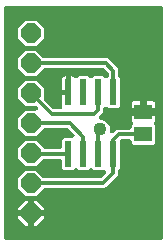
<source format=gbr>
G04 EAGLE Gerber RS-274X export*
G75*
%MOMM*%
%FSLAX34Y34*%
%LPD*%
%INTop Copper*%
%IPPOS*%
%AMOC8*
5,1,8,0,0,1.08239X$1,22.5*%
G01*
%ADD10R,0.600000X2.200000*%
%ADD11R,1.500000X1.300000*%
%ADD12P,1.759533X8X22.500000*%
%ADD13C,0.304800*%
%ADD14C,1.016000*%
%ADD15C,1.108000*%

G36*
X135146Y2543D02*
X135146Y2543D01*
X135164Y2541D01*
X135346Y2562D01*
X135529Y2581D01*
X135546Y2586D01*
X135563Y2588D01*
X135738Y2645D01*
X135914Y2699D01*
X135929Y2707D01*
X135946Y2713D01*
X136106Y2803D01*
X136268Y2891D01*
X136281Y2902D01*
X136297Y2911D01*
X136436Y3031D01*
X136577Y3148D01*
X136588Y3162D01*
X136602Y3174D01*
X136714Y3319D01*
X136829Y3462D01*
X136837Y3478D01*
X136848Y3492D01*
X136930Y3657D01*
X137015Y3819D01*
X137020Y3836D01*
X137028Y3852D01*
X137075Y4031D01*
X137126Y4206D01*
X137128Y4224D01*
X137132Y4241D01*
X137159Y4572D01*
X137159Y198628D01*
X137157Y198646D01*
X137159Y198664D01*
X137138Y198846D01*
X137119Y199029D01*
X137114Y199046D01*
X137112Y199063D01*
X137055Y199238D01*
X137001Y199414D01*
X136993Y199429D01*
X136987Y199446D01*
X136897Y199606D01*
X136809Y199768D01*
X136798Y199781D01*
X136789Y199797D01*
X136669Y199936D01*
X136552Y200077D01*
X136538Y200088D01*
X136526Y200102D01*
X136381Y200214D01*
X136238Y200329D01*
X136222Y200337D01*
X136208Y200348D01*
X136043Y200430D01*
X135881Y200515D01*
X135864Y200520D01*
X135848Y200528D01*
X135669Y200575D01*
X135494Y200626D01*
X135476Y200628D01*
X135459Y200632D01*
X135128Y200659D01*
X4572Y200659D01*
X4554Y200657D01*
X4536Y200659D01*
X4354Y200638D01*
X4171Y200619D01*
X4154Y200614D01*
X4137Y200612D01*
X3962Y200555D01*
X3786Y200501D01*
X3771Y200493D01*
X3754Y200487D01*
X3594Y200397D01*
X3432Y200309D01*
X3419Y200298D01*
X3403Y200289D01*
X3264Y200169D01*
X3123Y200052D01*
X3112Y200038D01*
X3098Y200026D01*
X2986Y199881D01*
X2871Y199738D01*
X2863Y199722D01*
X2852Y199708D01*
X2770Y199543D01*
X2685Y199381D01*
X2680Y199364D01*
X2672Y199348D01*
X2625Y199169D01*
X2574Y198994D01*
X2572Y198976D01*
X2568Y198959D01*
X2541Y198628D01*
X2541Y4572D01*
X2543Y4554D01*
X2541Y4536D01*
X2562Y4354D01*
X2581Y4171D01*
X2586Y4154D01*
X2588Y4137D01*
X2645Y3962D01*
X2699Y3786D01*
X2707Y3771D01*
X2713Y3754D01*
X2803Y3594D01*
X2891Y3432D01*
X2902Y3419D01*
X2911Y3403D01*
X3031Y3264D01*
X3148Y3123D01*
X3162Y3112D01*
X3174Y3098D01*
X3319Y2986D01*
X3462Y2871D01*
X3478Y2863D01*
X3492Y2852D01*
X3657Y2770D01*
X3819Y2685D01*
X3836Y2680D01*
X3852Y2672D01*
X4031Y2625D01*
X4206Y2574D01*
X4224Y2572D01*
X4241Y2568D01*
X4572Y2541D01*
X135128Y2541D01*
X135146Y2543D01*
G37*
%LPC*%
G36*
X20981Y40131D02*
X20981Y40131D01*
X14731Y46381D01*
X14731Y55219D01*
X20981Y61469D01*
X29819Y61469D01*
X35828Y55460D01*
X35849Y55443D01*
X35866Y55422D01*
X36004Y55315D01*
X36140Y55205D01*
X36163Y55192D01*
X36184Y55176D01*
X36341Y55098D01*
X36495Y55016D01*
X36521Y55008D01*
X36545Y54996D01*
X36714Y54951D01*
X36881Y54901D01*
X36908Y54899D01*
X36934Y54892D01*
X37264Y54865D01*
X83835Y54865D01*
X83862Y54867D01*
X83888Y54865D01*
X84062Y54887D01*
X84236Y54905D01*
X84261Y54912D01*
X84288Y54916D01*
X84453Y54971D01*
X84620Y55023D01*
X84644Y55036D01*
X84669Y55044D01*
X84821Y55131D01*
X84975Y55215D01*
X84995Y55232D01*
X85018Y55245D01*
X85271Y55460D01*
X88403Y58592D01*
X88409Y58599D01*
X88416Y58604D01*
X88536Y58754D01*
X88658Y58903D01*
X88663Y58911D01*
X88668Y58918D01*
X88757Y59088D01*
X88847Y59259D01*
X88850Y59268D01*
X88854Y59275D01*
X88907Y59460D01*
X88962Y59645D01*
X88963Y59654D01*
X88965Y59662D01*
X88981Y59851D01*
X88998Y60046D01*
X88997Y60055D01*
X88998Y60064D01*
X88976Y60253D01*
X88955Y60446D01*
X88952Y60455D01*
X88951Y60463D01*
X88892Y60645D01*
X88833Y60830D01*
X88829Y60838D01*
X88826Y60846D01*
X88731Y61015D01*
X88638Y61182D01*
X88633Y61189D01*
X88628Y61197D01*
X88502Y61343D01*
X88378Y61489D01*
X88371Y61495D01*
X88365Y61502D01*
X88214Y61619D01*
X88062Y61739D01*
X88054Y61743D01*
X88047Y61748D01*
X87875Y61834D01*
X87703Y61921D01*
X87695Y61924D01*
X87687Y61928D01*
X87501Y61978D01*
X87315Y62029D01*
X87306Y62030D01*
X87298Y62032D01*
X86967Y62059D01*
X78498Y62059D01*
X77636Y62921D01*
X77623Y62932D01*
X77611Y62945D01*
X77466Y63060D01*
X77325Y63176D01*
X77309Y63184D01*
X77295Y63195D01*
X77131Y63278D01*
X76969Y63364D01*
X76952Y63369D01*
X76936Y63377D01*
X76759Y63427D01*
X76583Y63479D01*
X76565Y63481D01*
X76548Y63485D01*
X76365Y63499D01*
X76182Y63515D01*
X76164Y63513D01*
X76147Y63515D01*
X75965Y63492D01*
X75782Y63472D01*
X75765Y63467D01*
X75747Y63464D01*
X75574Y63406D01*
X75398Y63351D01*
X75382Y63342D01*
X75366Y63336D01*
X75207Y63245D01*
X75046Y63156D01*
X75032Y63144D01*
X75017Y63135D01*
X74764Y62921D01*
X73902Y62059D01*
X65798Y62059D01*
X64936Y62921D01*
X64923Y62932D01*
X64911Y62945D01*
X64766Y63060D01*
X64625Y63176D01*
X64609Y63184D01*
X64595Y63195D01*
X64431Y63278D01*
X64269Y63364D01*
X64252Y63369D01*
X64236Y63377D01*
X64059Y63427D01*
X63883Y63479D01*
X63865Y63481D01*
X63848Y63485D01*
X63665Y63499D01*
X63482Y63515D01*
X63464Y63513D01*
X63447Y63515D01*
X63265Y63492D01*
X63082Y63472D01*
X63065Y63467D01*
X63047Y63464D01*
X62874Y63406D01*
X62698Y63351D01*
X62682Y63342D01*
X62666Y63336D01*
X62507Y63245D01*
X62346Y63156D01*
X62332Y63144D01*
X62317Y63135D01*
X62064Y62921D01*
X61202Y62059D01*
X53098Y62059D01*
X51609Y63548D01*
X51609Y69504D01*
X51607Y69522D01*
X51609Y69540D01*
X51588Y69722D01*
X51569Y69905D01*
X51564Y69922D01*
X51562Y69939D01*
X51505Y70114D01*
X51451Y70290D01*
X51443Y70305D01*
X51437Y70322D01*
X51347Y70482D01*
X51259Y70644D01*
X51248Y70657D01*
X51239Y70673D01*
X51119Y70812D01*
X51002Y70953D01*
X50988Y70964D01*
X50976Y70978D01*
X50831Y71090D01*
X50688Y71205D01*
X50672Y71213D01*
X50658Y71224D01*
X50493Y71306D01*
X50331Y71391D01*
X50314Y71396D01*
X50298Y71404D01*
X50119Y71451D01*
X49944Y71502D01*
X49926Y71504D01*
X49909Y71508D01*
X49578Y71535D01*
X36664Y71535D01*
X36638Y71533D01*
X36611Y71535D01*
X36437Y71513D01*
X36264Y71495D01*
X36238Y71488D01*
X36212Y71484D01*
X36046Y71429D01*
X35879Y71377D01*
X35855Y71364D01*
X35830Y71356D01*
X35678Y71269D01*
X35525Y71185D01*
X35504Y71168D01*
X35481Y71155D01*
X35228Y70940D01*
X29819Y65531D01*
X20981Y65531D01*
X14731Y71781D01*
X14731Y80619D01*
X20981Y86869D01*
X29819Y86869D01*
X36428Y80260D01*
X36449Y80243D01*
X36466Y80222D01*
X36604Y80115D01*
X36740Y80005D01*
X36763Y79992D01*
X36784Y79976D01*
X36941Y79898D01*
X37095Y79816D01*
X37121Y79808D01*
X37145Y79796D01*
X37314Y79751D01*
X37481Y79701D01*
X37508Y79699D01*
X37534Y79692D01*
X37864Y79665D01*
X49578Y79665D01*
X49596Y79667D01*
X49614Y79665D01*
X49796Y79686D01*
X49979Y79705D01*
X49996Y79710D01*
X50013Y79712D01*
X50188Y79769D01*
X50364Y79823D01*
X50379Y79831D01*
X50396Y79837D01*
X50556Y79927D01*
X50718Y80015D01*
X50731Y80026D01*
X50747Y80035D01*
X50886Y80155D01*
X51027Y80272D01*
X51038Y80286D01*
X51052Y80298D01*
X51164Y80443D01*
X51279Y80586D01*
X51287Y80602D01*
X51298Y80616D01*
X51380Y80781D01*
X51465Y80943D01*
X51470Y80960D01*
X51478Y80976D01*
X51525Y81155D01*
X51576Y81330D01*
X51578Y81348D01*
X51582Y81365D01*
X51609Y81696D01*
X51609Y87652D01*
X53098Y89141D01*
X60227Y89141D01*
X60236Y89142D01*
X60245Y89141D01*
X60437Y89162D01*
X60628Y89181D01*
X60636Y89183D01*
X60645Y89184D01*
X60827Y89242D01*
X61013Y89299D01*
X61020Y89303D01*
X61029Y89306D01*
X61197Y89399D01*
X61367Y89491D01*
X61373Y89496D01*
X61381Y89501D01*
X61528Y89625D01*
X61676Y89748D01*
X61681Y89755D01*
X61688Y89761D01*
X61807Y89912D01*
X61928Y90062D01*
X61932Y90070D01*
X61938Y90077D01*
X62026Y90250D01*
X62114Y90419D01*
X62116Y90428D01*
X62120Y90436D01*
X62172Y90620D01*
X62225Y90806D01*
X62226Y90815D01*
X62228Y90824D01*
X62242Y91017D01*
X62258Y91208D01*
X62257Y91216D01*
X62258Y91225D01*
X62233Y91418D01*
X62211Y91607D01*
X62208Y91616D01*
X62207Y91625D01*
X62146Y91808D01*
X62086Y91990D01*
X62082Y91998D01*
X62079Y92006D01*
X61983Y92173D01*
X61888Y92341D01*
X61883Y92348D01*
X61878Y92355D01*
X61663Y92608D01*
X57331Y96940D01*
X57311Y96957D01*
X57293Y96978D01*
X57156Y97084D01*
X57020Y97195D01*
X56996Y97208D01*
X56975Y97224D01*
X56819Y97302D01*
X56664Y97384D01*
X56638Y97392D01*
X56614Y97404D01*
X56446Y97449D01*
X56278Y97499D01*
X56252Y97501D01*
X56226Y97508D01*
X55895Y97535D01*
X37264Y97535D01*
X37238Y97533D01*
X37211Y97535D01*
X37037Y97513D01*
X36864Y97495D01*
X36838Y97488D01*
X36812Y97484D01*
X36646Y97429D01*
X36479Y97377D01*
X36455Y97364D01*
X36430Y97356D01*
X36278Y97269D01*
X36125Y97185D01*
X36104Y97168D01*
X36081Y97155D01*
X35828Y96940D01*
X29819Y90931D01*
X20981Y90931D01*
X14731Y97181D01*
X14731Y106019D01*
X20981Y112269D01*
X29479Y112269D01*
X29488Y112270D01*
X29497Y112269D01*
X29690Y112290D01*
X29880Y112309D01*
X29888Y112311D01*
X29897Y112312D01*
X30082Y112371D01*
X30265Y112427D01*
X30272Y112431D01*
X30281Y112434D01*
X30449Y112527D01*
X30619Y112619D01*
X30625Y112624D01*
X30633Y112629D01*
X30780Y112753D01*
X30928Y112876D01*
X30933Y112883D01*
X30940Y112889D01*
X31060Y113041D01*
X31180Y113190D01*
X31184Y113198D01*
X31190Y113205D01*
X31278Y113378D01*
X31366Y113547D01*
X31368Y113556D01*
X31372Y113564D01*
X31424Y113748D01*
X31477Y113934D01*
X31478Y113943D01*
X31480Y113952D01*
X31494Y114145D01*
X31510Y114336D01*
X31509Y114344D01*
X31510Y114353D01*
X31485Y114546D01*
X31463Y114735D01*
X31460Y114744D01*
X31459Y114753D01*
X31398Y114935D01*
X31338Y115118D01*
X31334Y115126D01*
X31331Y115134D01*
X31235Y115301D01*
X31140Y115469D01*
X31135Y115476D01*
X31130Y115483D01*
X30915Y115736D01*
X30895Y115753D01*
X30888Y115761D01*
X30877Y115774D01*
X30739Y115881D01*
X30604Y115991D01*
X30580Y116004D01*
X30559Y116020D01*
X30402Y116098D01*
X30248Y116180D01*
X30223Y116188D01*
X30198Y116200D01*
X30029Y116245D01*
X29862Y116295D01*
X29836Y116297D01*
X29810Y116304D01*
X29479Y116331D01*
X20981Y116331D01*
X14731Y122581D01*
X14731Y131419D01*
X20981Y137669D01*
X29819Y137669D01*
X36069Y131419D01*
X36069Y122921D01*
X36071Y122894D01*
X36069Y122868D01*
X36091Y122694D01*
X36109Y122520D01*
X36116Y122495D01*
X36120Y122468D01*
X36176Y122302D01*
X36227Y122135D01*
X36240Y122112D01*
X36248Y122087D01*
X36335Y121935D01*
X36419Y121781D01*
X36436Y121761D01*
X36449Y121738D01*
X36664Y121485D01*
X44269Y113880D01*
X44289Y113863D01*
X44307Y113842D01*
X44445Y113735D01*
X44580Y113625D01*
X44604Y113612D01*
X44625Y113596D01*
X44782Y113518D01*
X44936Y113436D01*
X44961Y113428D01*
X44986Y113416D01*
X45155Y113371D01*
X45322Y113321D01*
X45348Y113319D01*
X45374Y113312D01*
X45705Y113285D01*
X49761Y113285D01*
X49843Y113293D01*
X49925Y113291D01*
X50042Y113313D01*
X50161Y113325D01*
X50240Y113349D01*
X50321Y113363D01*
X50432Y113408D01*
X50546Y113443D01*
X50619Y113482D01*
X50695Y113512D01*
X50795Y113578D01*
X50900Y113635D01*
X50963Y113687D01*
X51032Y113732D01*
X51118Y113816D01*
X51210Y113892D01*
X51261Y113956D01*
X51320Y114014D01*
X51387Y114113D01*
X51462Y114206D01*
X51500Y114279D01*
X51546Y114347D01*
X51592Y114457D01*
X51647Y114563D01*
X51670Y114642D01*
X51702Y114718D01*
X51726Y114835D01*
X51759Y114950D01*
X51766Y115032D01*
X51782Y115113D01*
X51782Y115232D01*
X51792Y115352D01*
X51782Y115433D01*
X51782Y115515D01*
X51755Y115665D01*
X51745Y115751D01*
X51732Y115790D01*
X51723Y115842D01*
X51609Y116266D01*
X51609Y125569D01*
X57150Y125569D01*
X57167Y125570D01*
X57185Y125569D01*
X57368Y125590D01*
X57550Y125608D01*
X57567Y125614D01*
X57585Y125616D01*
X57760Y125673D01*
X57935Y125727D01*
X57951Y125735D01*
X57968Y125741D01*
X58128Y125831D01*
X58289Y125918D01*
X58303Y125930D01*
X58318Y125939D01*
X58458Y126059D01*
X58598Y126176D01*
X58599Y126176D01*
X58599Y126177D01*
X58610Y126190D01*
X58623Y126202D01*
X58624Y126202D01*
X58736Y126347D01*
X58851Y126490D01*
X58860Y126506D01*
X58870Y126520D01*
X58952Y126685D01*
X59037Y126848D01*
X59042Y126865D01*
X59050Y126881D01*
X59098Y127059D01*
X59148Y127235D01*
X59150Y127252D01*
X59154Y127270D01*
X59181Y127600D01*
X59181Y141141D01*
X60485Y141141D01*
X61131Y140968D01*
X61710Y140633D01*
X62064Y140279D01*
X62078Y140268D01*
X62089Y140255D01*
X62233Y140141D01*
X62375Y140024D01*
X62391Y140016D01*
X62405Y140005D01*
X62569Y139921D01*
X62731Y139836D01*
X62748Y139831D01*
X62764Y139823D01*
X62941Y139773D01*
X63117Y139721D01*
X63135Y139719D01*
X63152Y139715D01*
X63335Y139701D01*
X63518Y139685D01*
X63536Y139687D01*
X63553Y139685D01*
X63735Y139708D01*
X63918Y139728D01*
X63935Y139733D01*
X63953Y139736D01*
X64127Y139794D01*
X64302Y139849D01*
X64318Y139858D01*
X64334Y139864D01*
X64493Y139955D01*
X64654Y140044D01*
X64668Y140056D01*
X64683Y140065D01*
X64936Y140279D01*
X65798Y141141D01*
X73902Y141141D01*
X74764Y140279D01*
X74778Y140268D01*
X74789Y140255D01*
X74933Y140141D01*
X75075Y140024D01*
X75091Y140016D01*
X75105Y140005D01*
X75269Y139921D01*
X75431Y139836D01*
X75448Y139831D01*
X75464Y139823D01*
X75641Y139773D01*
X75817Y139721D01*
X75835Y139719D01*
X75852Y139715D01*
X76035Y139701D01*
X76218Y139685D01*
X76236Y139687D01*
X76253Y139685D01*
X76435Y139708D01*
X76618Y139728D01*
X76635Y139733D01*
X76653Y139736D01*
X76827Y139794D01*
X77002Y139849D01*
X77018Y139858D01*
X77034Y139864D01*
X77193Y139955D01*
X77354Y140044D01*
X77368Y140056D01*
X77383Y140065D01*
X77636Y140279D01*
X78498Y141141D01*
X86602Y141141D01*
X87464Y140279D01*
X87477Y140268D01*
X87489Y140255D01*
X87633Y140141D01*
X87775Y140024D01*
X87791Y140016D01*
X87805Y140005D01*
X87969Y139922D01*
X88131Y139836D01*
X88148Y139831D01*
X88164Y139823D01*
X88340Y139773D01*
X88517Y139721D01*
X88535Y139719D01*
X88552Y139715D01*
X88734Y139701D01*
X88918Y139685D01*
X88935Y139687D01*
X88953Y139685D01*
X89135Y139708D01*
X89318Y139728D01*
X89335Y139733D01*
X89353Y139736D01*
X89527Y139794D01*
X89702Y139849D01*
X89717Y139858D01*
X89734Y139864D01*
X89893Y139955D01*
X90054Y140044D01*
X90068Y140056D01*
X90083Y140065D01*
X90336Y140279D01*
X90590Y140533D01*
X90607Y140554D01*
X90628Y140572D01*
X90735Y140710D01*
X90845Y140845D01*
X90858Y140869D01*
X90874Y140890D01*
X90952Y141046D01*
X91034Y141201D01*
X91042Y141226D01*
X91054Y141250D01*
X91099Y141419D01*
X91149Y141586D01*
X91151Y141613D01*
X91158Y141639D01*
X91185Y141970D01*
X91185Y143525D01*
X91183Y143552D01*
X91185Y143578D01*
X91163Y143752D01*
X91145Y143926D01*
X91138Y143951D01*
X91134Y143978D01*
X91079Y144143D01*
X91027Y144310D01*
X91014Y144334D01*
X91006Y144359D01*
X90919Y144511D01*
X90835Y144665D01*
X90818Y144685D01*
X90805Y144708D01*
X90590Y144961D01*
X87811Y147740D01*
X87791Y147757D01*
X87773Y147778D01*
X87635Y147885D01*
X87500Y147995D01*
X87476Y148008D01*
X87455Y148024D01*
X87298Y148102D01*
X87144Y148184D01*
X87119Y148192D01*
X87094Y148204D01*
X86925Y148249D01*
X86758Y148299D01*
X86732Y148301D01*
X86706Y148308D01*
X86375Y148335D01*
X37264Y148335D01*
X37238Y148333D01*
X37211Y148335D01*
X37037Y148313D01*
X36864Y148295D01*
X36838Y148288D01*
X36812Y148284D01*
X36646Y148229D01*
X36479Y148177D01*
X36455Y148164D01*
X36430Y148156D01*
X36278Y148069D01*
X36125Y147985D01*
X36104Y147968D01*
X36081Y147955D01*
X35828Y147740D01*
X29819Y141731D01*
X20981Y141731D01*
X14731Y147981D01*
X14731Y156819D01*
X20981Y163069D01*
X29819Y163069D01*
X35828Y157060D01*
X35849Y157043D01*
X35866Y157022D01*
X36004Y156915D01*
X36140Y156805D01*
X36163Y156792D01*
X36184Y156776D01*
X36341Y156698D01*
X36495Y156616D01*
X36521Y156608D01*
X36545Y156596D01*
X36714Y156551D01*
X36881Y156501D01*
X36908Y156499D01*
X36934Y156492D01*
X37264Y156465D01*
X89709Y156465D01*
X91202Y155846D01*
X98696Y148352D01*
X99315Y146859D01*
X99315Y141970D01*
X99317Y141943D01*
X99315Y141916D01*
X99337Y141742D01*
X99355Y141569D01*
X99362Y141544D01*
X99366Y141517D01*
X99422Y141351D01*
X99473Y141184D01*
X99486Y141161D01*
X99494Y141135D01*
X99581Y140984D01*
X99665Y140830D01*
X99682Y140810D01*
X99695Y140786D01*
X99910Y140533D01*
X100791Y139652D01*
X100791Y115548D01*
X99302Y114059D01*
X91198Y114059D01*
X90336Y114921D01*
X90322Y114932D01*
X90311Y114945D01*
X90167Y115059D01*
X90025Y115176D01*
X90009Y115184D01*
X89995Y115195D01*
X89831Y115279D01*
X89669Y115364D01*
X89652Y115369D01*
X89636Y115377D01*
X89459Y115427D01*
X89283Y115479D01*
X89265Y115481D01*
X89248Y115485D01*
X89065Y115499D01*
X88882Y115515D01*
X88864Y115513D01*
X88847Y115515D01*
X88665Y115492D01*
X88482Y115472D01*
X88465Y115467D01*
X88447Y115464D01*
X88274Y115406D01*
X88098Y115351D01*
X88082Y115342D01*
X88066Y115336D01*
X87906Y115244D01*
X87746Y115156D01*
X87732Y115144D01*
X87717Y115135D01*
X87464Y114921D01*
X87210Y114667D01*
X87193Y114646D01*
X87172Y114628D01*
X87065Y114490D01*
X86955Y114355D01*
X86942Y114331D01*
X86926Y114310D01*
X86848Y114153D01*
X86766Y113999D01*
X86758Y113974D01*
X86746Y113950D01*
X86701Y113780D01*
X86651Y113613D01*
X86649Y113587D01*
X86642Y113561D01*
X86615Y113230D01*
X86615Y112221D01*
X85996Y110728D01*
X83337Y108068D01*
X83331Y108061D01*
X83324Y108056D01*
X83204Y107906D01*
X83082Y107757D01*
X83077Y107749D01*
X83072Y107742D01*
X82983Y107572D01*
X82893Y107401D01*
X82890Y107392D01*
X82886Y107385D01*
X82833Y107200D01*
X82778Y107015D01*
X82777Y107006D01*
X82775Y106998D01*
X82759Y106807D01*
X82742Y106614D01*
X82743Y106605D01*
X82742Y106596D01*
X82764Y106407D01*
X82785Y106214D01*
X82788Y106205D01*
X82789Y106197D01*
X82848Y106015D01*
X82907Y105830D01*
X82911Y105822D01*
X82914Y105814D01*
X83009Y105645D01*
X83102Y105478D01*
X83107Y105471D01*
X83112Y105463D01*
X83239Y105316D01*
X83362Y105171D01*
X83369Y105165D01*
X83375Y105158D01*
X83526Y105041D01*
X83678Y104921D01*
X83686Y104917D01*
X83693Y104912D01*
X83865Y104826D01*
X84037Y104739D01*
X84045Y104736D01*
X84053Y104732D01*
X84239Y104682D01*
X84425Y104631D01*
X84434Y104630D01*
X84442Y104628D01*
X84773Y104601D01*
X85427Y104601D01*
X88397Y103371D01*
X90671Y101097D01*
X91901Y98127D01*
X91901Y94933D01*
X91902Y94924D01*
X91901Y94915D01*
X91922Y94723D01*
X91941Y94532D01*
X91943Y94524D01*
X91944Y94515D01*
X92002Y94333D01*
X92059Y94147D01*
X92063Y94140D01*
X92066Y94131D01*
X92159Y93963D01*
X92251Y93793D01*
X92256Y93787D01*
X92261Y93779D01*
X92386Y93631D01*
X92508Y93484D01*
X92515Y93479D01*
X92521Y93472D01*
X92673Y93352D01*
X92822Y93232D01*
X92830Y93228D01*
X92837Y93222D01*
X93010Y93134D01*
X93179Y93046D01*
X93188Y93044D01*
X93196Y93040D01*
X93382Y92988D01*
X93566Y92935D01*
X93575Y92934D01*
X93584Y92932D01*
X93776Y92918D01*
X93968Y92902D01*
X93976Y92903D01*
X93985Y92902D01*
X94178Y92927D01*
X94367Y92949D01*
X94376Y92952D01*
X94385Y92953D01*
X94568Y93014D01*
X94750Y93074D01*
X94758Y93078D01*
X94766Y93081D01*
X94932Y93176D01*
X95101Y93272D01*
X95108Y93278D01*
X95115Y93282D01*
X95368Y93497D01*
X97418Y95546D01*
X98911Y96165D01*
X108578Y96165D01*
X108596Y96167D01*
X108614Y96165D01*
X108796Y96186D01*
X108979Y96205D01*
X108996Y96210D01*
X109013Y96212D01*
X109188Y96269D01*
X109364Y96323D01*
X109379Y96331D01*
X109396Y96337D01*
X109556Y96427D01*
X109718Y96515D01*
X109731Y96526D01*
X109747Y96535D01*
X109886Y96655D01*
X110027Y96772D01*
X110038Y96786D01*
X110052Y96798D01*
X110164Y96943D01*
X110279Y97086D01*
X110287Y97102D01*
X110298Y97116D01*
X110380Y97281D01*
X110465Y97443D01*
X110470Y97460D01*
X110478Y97476D01*
X110525Y97655D01*
X110576Y97830D01*
X110578Y97848D01*
X110582Y97865D01*
X110609Y98196D01*
X110609Y99652D01*
X111121Y100164D01*
X111132Y100177D01*
X111145Y100189D01*
X111259Y100333D01*
X111376Y100475D01*
X111384Y100491D01*
X111395Y100505D01*
X111478Y100669D01*
X111564Y100831D01*
X111569Y100848D01*
X111577Y100864D01*
X111627Y101041D01*
X111679Y101217D01*
X111681Y101235D01*
X111685Y101252D01*
X111699Y101435D01*
X111715Y101618D01*
X111713Y101636D01*
X111715Y101653D01*
X111692Y101835D01*
X111672Y102018D01*
X111667Y102035D01*
X111664Y102053D01*
X111606Y102226D01*
X111551Y102402D01*
X111542Y102418D01*
X111536Y102434D01*
X111445Y102593D01*
X111356Y102754D01*
X111344Y102768D01*
X111335Y102783D01*
X111121Y103036D01*
X111117Y103040D01*
X110782Y103619D01*
X110609Y104265D01*
X110609Y107851D01*
X119432Y107851D01*
X119450Y107852D01*
X119467Y107851D01*
X119650Y107872D01*
X119832Y107891D01*
X119849Y107896D01*
X119867Y107898D01*
X120042Y107955D01*
X120217Y108009D01*
X120233Y108017D01*
X120250Y108023D01*
X120410Y108113D01*
X120571Y108200D01*
X120585Y108212D01*
X120601Y108221D01*
X120653Y108266D01*
X120758Y108181D01*
X120774Y108173D01*
X120788Y108162D01*
X120953Y108080D01*
X121116Y107995D01*
X121133Y107990D01*
X121149Y107982D01*
X121327Y107934D01*
X121502Y107884D01*
X121520Y107882D01*
X121537Y107878D01*
X121868Y107851D01*
X130691Y107851D01*
X130691Y104265D01*
X130518Y103619D01*
X130183Y103040D01*
X130179Y103036D01*
X130168Y103022D01*
X130155Y103011D01*
X130041Y102867D01*
X129924Y102725D01*
X129916Y102709D01*
X129905Y102695D01*
X129822Y102531D01*
X129736Y102369D01*
X129731Y102352D01*
X129723Y102336D01*
X129673Y102159D01*
X129621Y101983D01*
X129619Y101965D01*
X129615Y101948D01*
X129601Y101765D01*
X129585Y101582D01*
X129587Y101564D01*
X129585Y101547D01*
X129608Y101365D01*
X129628Y101182D01*
X129633Y101165D01*
X129636Y101147D01*
X129694Y100974D01*
X129749Y100798D01*
X129758Y100782D01*
X129764Y100766D01*
X129855Y100607D01*
X129944Y100446D01*
X129956Y100432D01*
X129965Y100417D01*
X130179Y100164D01*
X130691Y99652D01*
X130691Y84548D01*
X129202Y83059D01*
X112098Y83059D01*
X110609Y84548D01*
X110609Y86004D01*
X110607Y86022D01*
X110609Y86040D01*
X110588Y86222D01*
X110569Y86405D01*
X110564Y86422D01*
X110562Y86439D01*
X110505Y86614D01*
X110451Y86790D01*
X110443Y86805D01*
X110437Y86822D01*
X110347Y86982D01*
X110259Y87144D01*
X110248Y87157D01*
X110239Y87173D01*
X110119Y87312D01*
X110002Y87453D01*
X109988Y87464D01*
X109976Y87478D01*
X109831Y87590D01*
X109688Y87705D01*
X109672Y87713D01*
X109658Y87724D01*
X109493Y87806D01*
X109331Y87891D01*
X109314Y87896D01*
X109298Y87904D01*
X109119Y87951D01*
X108944Y88002D01*
X108926Y88004D01*
X108909Y88008D01*
X108578Y88035D01*
X102822Y88035D01*
X102804Y88033D01*
X102786Y88035D01*
X102604Y88014D01*
X102421Y87995D01*
X102404Y87990D01*
X102387Y87988D01*
X102212Y87931D01*
X102036Y87877D01*
X102021Y87869D01*
X102004Y87863D01*
X101844Y87773D01*
X101682Y87685D01*
X101669Y87674D01*
X101653Y87665D01*
X101514Y87545D01*
X101373Y87428D01*
X101362Y87414D01*
X101348Y87402D01*
X101236Y87257D01*
X101121Y87114D01*
X101113Y87098D01*
X101102Y87084D01*
X101020Y86919D01*
X100935Y86757D01*
X100930Y86740D01*
X100922Y86724D01*
X100875Y86545D01*
X100824Y86370D01*
X100822Y86352D01*
X100818Y86335D01*
X100791Y86004D01*
X100791Y63548D01*
X99910Y62667D01*
X99893Y62646D01*
X99872Y62628D01*
X99765Y62490D01*
X99655Y62355D01*
X99642Y62331D01*
X99626Y62310D01*
X99548Y62154D01*
X99466Y61999D01*
X99458Y61974D01*
X99446Y61950D01*
X99401Y61781D01*
X99351Y61613D01*
X99349Y61587D01*
X99342Y61561D01*
X99315Y61230D01*
X99315Y58881D01*
X98696Y57388D01*
X88662Y47354D01*
X87169Y46735D01*
X37264Y46735D01*
X37238Y46733D01*
X37211Y46735D01*
X37037Y46713D01*
X36864Y46695D01*
X36838Y46688D01*
X36812Y46684D01*
X36646Y46629D01*
X36479Y46577D01*
X36455Y46564D01*
X36430Y46556D01*
X36278Y46469D01*
X36125Y46385D01*
X36104Y46368D01*
X36081Y46355D01*
X35828Y46140D01*
X29819Y40131D01*
X20981Y40131D01*
G37*
%LPD*%
%LPC*%
G36*
X20981Y167131D02*
X20981Y167131D01*
X14731Y173381D01*
X14731Y182219D01*
X20981Y188469D01*
X29819Y188469D01*
X36069Y182219D01*
X36069Y173381D01*
X29819Y167131D01*
X20981Y167131D01*
G37*
%LPD*%
%LPC*%
G36*
X27939Y27939D02*
X27939Y27939D01*
X27939Y36069D01*
X29819Y36069D01*
X36069Y29819D01*
X36069Y27939D01*
X27939Y27939D01*
G37*
%LPD*%
%LPC*%
G36*
X14731Y27939D02*
X14731Y27939D01*
X14731Y29819D01*
X20981Y36069D01*
X22861Y36069D01*
X22861Y27939D01*
X14731Y27939D01*
G37*
%LPD*%
%LPC*%
G36*
X27939Y14731D02*
X27939Y14731D01*
X27939Y22861D01*
X36069Y22861D01*
X36069Y20981D01*
X29819Y14731D01*
X27939Y14731D01*
G37*
%LPD*%
%LPC*%
G36*
X20981Y14731D02*
X20981Y14731D01*
X14731Y20981D01*
X14731Y22861D01*
X22861Y22861D01*
X22861Y14731D01*
X20981Y14731D01*
G37*
%LPD*%
%LPC*%
G36*
X51609Y129631D02*
X51609Y129631D01*
X51609Y138935D01*
X51782Y139581D01*
X52117Y140160D01*
X52590Y140633D01*
X53169Y140968D01*
X53815Y141141D01*
X55119Y141141D01*
X55119Y129631D01*
X51609Y129631D01*
G37*
%LPD*%
%LPC*%
G36*
X123899Y114349D02*
X123899Y114349D01*
X123899Y120141D01*
X128485Y120141D01*
X129131Y119968D01*
X129710Y119633D01*
X130183Y119160D01*
X130518Y118581D01*
X130691Y117935D01*
X130691Y114349D01*
X123899Y114349D01*
G37*
%LPD*%
%LPC*%
G36*
X110609Y114349D02*
X110609Y114349D01*
X110609Y117935D01*
X110782Y118581D01*
X111117Y119160D01*
X111590Y119633D01*
X112169Y119968D01*
X112815Y120141D01*
X117401Y120141D01*
X117401Y114349D01*
X110609Y114349D01*
G37*
%LPD*%
D10*
X82550Y127600D03*
X82550Y75600D03*
X95250Y127600D03*
X69850Y127600D03*
X57150Y127600D03*
X95250Y75600D03*
X69850Y75600D03*
X57150Y75600D03*
D11*
X120650Y92100D03*
X120650Y111100D03*
D12*
X25400Y177800D03*
X25400Y152400D03*
X25400Y127000D03*
X25400Y101600D03*
X25400Y76200D03*
X25400Y50800D03*
X25400Y25400D03*
D13*
X95250Y59690D02*
X95250Y75600D01*
X95250Y59690D02*
X86360Y50800D01*
X25400Y50800D01*
X95250Y75600D02*
X95250Y87630D01*
X99720Y92100D02*
X120650Y92100D01*
X99720Y92100D02*
X95250Y87630D01*
D14*
X43180Y139700D03*
D13*
X57150Y75600D02*
X25400Y75600D01*
X25400Y76200D01*
X43180Y109220D02*
X25400Y127000D01*
X43180Y109220D02*
X78740Y109220D01*
X82550Y113030D02*
X82550Y127600D01*
X82550Y113030D02*
X78740Y109220D01*
X58420Y101600D02*
X25400Y101600D01*
X69850Y90170D02*
X69850Y75600D01*
X69850Y90170D02*
X58420Y101600D01*
X88900Y152400D02*
X25400Y152400D01*
X95250Y146050D02*
X95250Y127600D01*
X95250Y146050D02*
X88900Y152400D01*
X82550Y95250D02*
X82550Y75600D01*
X82550Y95250D02*
X83820Y96520D01*
D15*
X83820Y96520D03*
M02*

</source>
